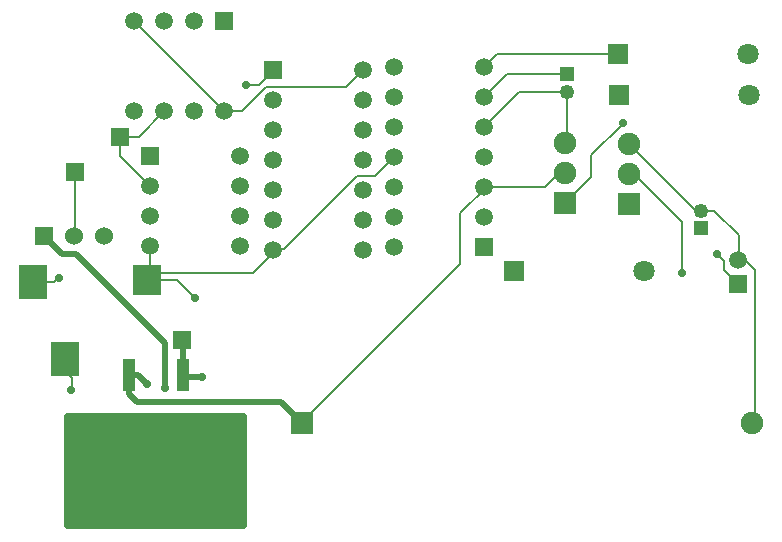
<source format=gbr>
G04 DipTrace 3.2.0.1*
G04 Top.gbr*
%MOMM*%
G04 #@! TF.FileFunction,Copper,L1,Top*
G04 #@! TF.Part,Single*
G04 #@! TA.AperFunction,Conductor*
%ADD14C,0.5*%
%ADD15C,0.2*%
G04 #@! TA.AperFunction,CopperBalancing*
%ADD16C,0.635*%
G04 #@! TA.AperFunction,ComponentPad*
%ADD19R,1.25X1.25*%
%ADD20C,1.25*%
%ADD21R,1.8X1.8*%
%ADD22C,1.8*%
%ADD23R,2.4X2.65*%
%ADD24R,2.4X2.95*%
G04 #@! TA.AperFunction,ComponentPad*
%ADD26R,1.9X1.9*%
%ADD27C,1.9*%
%ADD28R,1.5X1.5*%
%ADD29C,1.5*%
%ADD31R,1.524X1.524*%
%ADD32C,1.524*%
%ADD34R,1.0X2.75*%
%ADD35R,5.55X6.15*%
G04 #@! TA.AperFunction,ViaPad*
%ADD36C,0.7*%
%ADD38C,1.6*%
%FSLAX35Y35*%
G04*
G71*
G90*
G75*
G01*
G04 Top*
%LPD*%
X-3581027Y-1766200D2*
D14*
X-3390523D1*
X-3581027D2*
Y-1956697D1*
X-3581023Y-1956700D1*
Y-2147197D1*
X-3581027Y-2147200D1*
Y-2337697D1*
X-3581023Y-2337700D1*
Y-2528197D1*
X-3581027Y-2528200D1*
X-3374650D1*
Y-2353570D1*
X-3390520Y-2337700D1*
Y-2147203D1*
X-3390523Y-2147200D1*
Y-1956703D1*
X-3390520Y-1956700D1*
X-3581023D1*
X-3390523Y-2147200D2*
X-3581027D1*
X-3390520Y-2337700D2*
X-3581023D1*
X-3374650Y-2528200D2*
X-3151523D1*
Y-2524370D1*
X-2914277D1*
Y-2518783D1*
X-2692027D1*
Y-2517030D1*
X-2482157D1*
Y-2515813D1*
X-2279270D1*
Y-2528200D1*
Y-2337703D1*
X-2279267Y-2337700D1*
X-2469770D1*
Y-2515813D1*
X-2482157D1*
X-2469770Y-2337700D2*
Y-2147200D1*
X-2279267Y-2337700D2*
Y-2147203D1*
X-2279270Y-2147200D1*
X-2469770D1*
Y-1956700D1*
X-2279267D1*
Y-2147197D1*
Y-1956700D2*
Y-1766203D1*
X-2279270Y-1766200D1*
X-2469770D1*
Y-1956700D1*
X-1927137Y-264470D2*
D15*
Y-254000D1*
X-1835250D1*
X-1214337Y366913D1*
X-1063273D1*
X-899553Y530633D1*
X1693237Y71820D2*
X1811030D1*
X2015840Y-132990D1*
Y-340840D1*
X2012087Y-344593D1*
X1693237Y71820D2*
X1652200D1*
X1084693Y639327D1*
X-2966157Y-227023D2*
Y-488857D1*
X-2990460Y-513160D1*
X-1927137Y-264470D2*
X-1902187D1*
X-2094993Y-457277D1*
X-2934577D1*
X-2990460Y-513160D1*
X-2742550D1*
X-2588597Y-667113D1*
X2128257Y-1726793D2*
X2177480D1*
X2155330Y-1704643D1*
Y-431863D1*
X2068060Y-344593D1*
X2012087D1*
X-3099770Y1675777D2*
X-2337770Y913777D1*
X-2692027Y-1321700D2*
D14*
Y-1023597D1*
X-2694067Y-1021557D1*
X-2337770Y913777D2*
D15*
X-2186950D1*
X-1985063Y1115663D1*
X-1309003D1*
X-1165137Y1259530D1*
X-3862370Y-144157D2*
D14*
X-3714617Y-291910D1*
X-3595347D1*
X-2840000Y-1047257D1*
Y-1428750D1*
X-2529667Y-1335573D2*
X-2678153D1*
X-2692027Y-1321700D1*
X-3220000Y698500D2*
D15*
Y534820D1*
X-2966157Y280977D1*
X-3220000Y698500D2*
X-3061047D1*
X-2845770Y913777D1*
X-3960460Y-528160D2*
X-3776830D1*
X-3742867Y-494197D1*
Y-496683D1*
X-3737407D1*
X-3690460Y-1183160D2*
Y-1282933D1*
X-3629817Y-1343577D1*
Y-1449790D1*
X-3637723D1*
X-3601540Y397737D2*
Y-137327D1*
X-3608370Y-144157D1*
X-2153743Y1140223D2*
X-2046443D1*
X-1927137Y1259530D1*
X549530Y394667D2*
X495483D1*
X377450Y276633D1*
X-137553D1*
X-3148027Y-1321700D2*
D14*
Y-1478440D1*
X-3075147Y-1551320D1*
X-1857217D1*
X-1681743Y-1726793D1*
D15*
X-1691043D1*
X-340000Y-375750D1*
Y50273D1*
X-113640Y276633D1*
X-137553D1*
X-3148027Y-1321700D2*
D14*
X-3073673D1*
X-2996233Y-1399140D1*
X565800Y1231147D2*
D15*
X54960D1*
X-137553Y1038633D1*
X993800Y1396447D2*
X-33740D1*
X-137553Y1292633D1*
X1034367Y813750D2*
Y807023D1*
X769130Y541787D1*
Y360267D1*
X549530Y140667D1*
X565800Y1081147D2*
X158960D1*
X-137553Y784633D1*
X565800Y1081147D2*
Y664937D1*
X549530Y648667D1*
X1536803Y-451733D2*
Y-20067D1*
X1131410Y385327D1*
X1084693D1*
X1835293Y-298647D2*
X1891133Y-354487D1*
Y-428940D1*
X2006787Y-544593D1*
X2012087D1*
D36*
X1835293Y-298647D3*
X1034367Y813750D3*
X-2153743Y1140223D3*
X-2840000Y-1428750D3*
X-2588597Y-667113D3*
X-3637723Y-1449790D3*
D38*
X-3581027Y-1766200D3*
X-3581023Y-1956700D3*
X-3581027Y-2147200D3*
X-3581023Y-2337700D3*
X-3581027Y-2528200D3*
X-3390523Y-1766200D3*
X-3390520Y-1956700D3*
X-3390523Y-2147200D3*
X-3390520Y-2337700D3*
X-3374650Y-2528200D3*
X-2469770Y-1766200D3*
Y-1956700D3*
Y-2147200D3*
Y-2337700D3*
X-2482157Y-2515813D3*
X-2279270Y-1766200D3*
X-2279267Y-1956700D3*
X-2279270Y-2147200D3*
X-2279267Y-2337700D3*
X-2279270Y-2528200D3*
X-3151523Y-2524370D3*
X-2914277Y-2518783D3*
X-2692027Y-2517030D3*
D36*
X1536803Y-451733D3*
X-2996233Y-1399140D3*
X-2529667Y-1335573D3*
X-3737407Y-496683D3*
X-3655570Y-1734117D2*
D16*
X-2190340D1*
X-3655477Y-1797283D2*
X-2190340D1*
X-3655293Y-1860450D2*
X-2190340D1*
X-3655203Y-1923617D2*
X-2190340D1*
X-3655113Y-1986783D2*
X-2190340D1*
X-3655020Y-2049950D2*
X-2190340D1*
X-3654930Y-2113117D2*
X-2190340D1*
X-3654840Y-2176283D2*
X-2190340D1*
X-3654657Y-2239450D2*
X-2190340D1*
X-3654567Y-2302617D2*
X-2190340D1*
X-3654473Y-2365783D2*
X-2190340D1*
X-3654383Y-2428950D2*
X-2190340D1*
X-3654293Y-2492117D2*
X-2190340D1*
X-3654200Y-2555283D2*
X-2190340D1*
X-2184000Y-1671037D2*
X-3662013Y-1675130D1*
X-3660453Y-2591783D1*
X-2183960Y-2591700D1*
X-2184027Y-1671067D1*
D19*
X565800Y1231147D3*
D20*
Y1081147D3*
D19*
X1693237Y-78180D3*
D20*
Y71820D3*
D21*
X1000787Y1055637D3*
D22*
X2105787D3*
D21*
X993800Y1396447D3*
D22*
X2098800D3*
D21*
X110480Y-435537D3*
D22*
X1215480D3*
D23*
X-2990460Y-513160D3*
D24*
X-3690460Y-1183160D3*
X-3960460Y-528160D3*
D26*
X-1681743Y-1726793D3*
D27*
X2128257D3*
D28*
X2012087Y-544593D3*
D29*
Y-344593D3*
D31*
X-3862370Y-144157D3*
D32*
X-3608370D3*
X-3354370D3*
D28*
X-2694067Y-1021557D3*
X-3601540Y397737D3*
X-3220000Y698500D3*
X-2337770Y1675777D3*
D29*
X-2591770D3*
X-2845770D3*
X-3099770D3*
Y913777D3*
X-2845770D3*
X-2591770D3*
X-2337770D3*
D28*
X-1927137Y1259530D3*
D29*
Y1005530D3*
Y751530D3*
Y497530D3*
Y243530D3*
Y-10470D3*
Y-264470D3*
X-1165137D3*
Y-10470D3*
Y243530D3*
Y497530D3*
Y751530D3*
Y1005530D3*
Y1259530D3*
D34*
X-2692027Y-1321700D3*
X-3148027D3*
D35*
X-2920027Y-1991700D3*
D28*
X-137553Y-231367D3*
D29*
Y22633D3*
Y276633D3*
Y530633D3*
Y784633D3*
Y1038633D3*
Y1292633D3*
X-899553D3*
Y1038633D3*
Y784633D3*
Y530633D3*
Y276633D3*
Y22633D3*
Y-231367D3*
D28*
X-2966157Y534977D3*
D29*
Y280977D3*
Y26977D3*
Y-227023D3*
X-2204157D3*
Y26977D3*
Y280977D3*
Y534977D3*
D26*
X549530Y140667D3*
D27*
Y394667D3*
Y648667D3*
D26*
X1084693Y131327D3*
D27*
Y385327D3*
Y639327D3*
M02*

</source>
